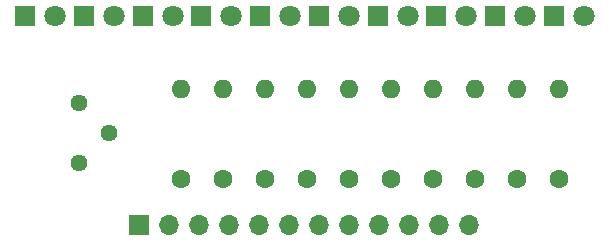
<source format=gbr>
%TF.GenerationSoftware,KiCad,Pcbnew,6.0.11-2627ca5db0~126~ubuntu22.04.1*%
%TF.CreationDate,2023-08-06T20:15:41-06:00*%
%TF.ProjectId,LED-Bank,4c45442d-4261-46e6-9b2e-6b696361645f,rev?*%
%TF.SameCoordinates,Original*%
%TF.FileFunction,Soldermask,Top*%
%TF.FilePolarity,Negative*%
%FSLAX46Y46*%
G04 Gerber Fmt 4.6, Leading zero omitted, Abs format (unit mm)*
G04 Created by KiCad (PCBNEW 6.0.11-2627ca5db0~126~ubuntu22.04.1) date 2023-08-06 20:15:41*
%MOMM*%
%LPD*%
G01*
G04 APERTURE LIST*
%ADD10C,1.440000*%
%ADD11C,1.600000*%
%ADD12O,1.600000X1.600000*%
%ADD13R,1.700000X1.700000*%
%ADD14O,1.700000X1.700000*%
%ADD15C,1.800000*%
%ADD16R,1.800000X1.800000*%
G04 APERTURE END LIST*
D10*
%TO.C,RV1*%
X157312430Y-120162094D03*
X159852430Y-117622094D03*
X157312430Y-115082094D03*
%TD*%
D11*
%TO.C,R10*%
X197931192Y-121522094D03*
D12*
X197931192Y-113902094D03*
%TD*%
D11*
%TO.C,R9*%
X194376744Y-121522094D03*
D12*
X194376744Y-113902094D03*
%TD*%
D11*
%TO.C,R8*%
X190822300Y-121522094D03*
D12*
X190822300Y-113902094D03*
%TD*%
D11*
%TO.C,R7*%
X187267856Y-121522094D03*
D12*
X187267856Y-113902094D03*
%TD*%
D11*
%TO.C,R6*%
X183713412Y-121522094D03*
D12*
X183713412Y-113902094D03*
%TD*%
D11*
%TO.C,R5*%
X180158968Y-121522094D03*
D12*
X180158968Y-113902094D03*
%TD*%
D11*
%TO.C,R4*%
X176604524Y-121522094D03*
D12*
X176604524Y-113902094D03*
%TD*%
D11*
%TO.C,R3*%
X173050080Y-121522094D03*
D12*
X173050080Y-113902094D03*
%TD*%
D11*
%TO.C,R2*%
X169495636Y-121522094D03*
D12*
X169495636Y-113902094D03*
%TD*%
D11*
%TO.C,R1*%
X165941192Y-121522094D03*
D12*
X165941192Y-113902094D03*
%TD*%
D13*
%TO.C,J1*%
X162417430Y-125451618D03*
D14*
X164957430Y-125451618D03*
X167497430Y-125451618D03*
X170037430Y-125451618D03*
X172577430Y-125451618D03*
X175117430Y-125451618D03*
X177657430Y-125451618D03*
X180197430Y-125451618D03*
X182737430Y-125451618D03*
X185277430Y-125451618D03*
X187817430Y-125451618D03*
X190357430Y-125451618D03*
%TD*%
D15*
%TO.C,D10*%
X200033692Y-107752094D03*
D16*
X197493692Y-107752094D03*
%TD*%
D15*
%TO.C,D9*%
X195061185Y-107752094D03*
D16*
X192521185Y-107752094D03*
%TD*%
D15*
%TO.C,D8*%
X190088683Y-107752094D03*
D16*
X187548683Y-107752094D03*
%TD*%
D15*
%TO.C,D7*%
X185116181Y-107752094D03*
D16*
X182576181Y-107752094D03*
%TD*%
D15*
%TO.C,D6*%
X180143679Y-107752094D03*
D16*
X177603679Y-107752094D03*
%TD*%
D15*
%TO.C,D5*%
X175171177Y-107752094D03*
D16*
X172631177Y-107752094D03*
%TD*%
D15*
%TO.C,D4*%
X170198675Y-107752094D03*
D16*
X167658675Y-107752094D03*
%TD*%
D15*
%TO.C,D3*%
X165226173Y-107752094D03*
D16*
X162686173Y-107752094D03*
%TD*%
%TO.C,D2*%
X157713671Y-107752094D03*
D15*
X160253671Y-107752094D03*
%TD*%
D16*
%TO.C,D1*%
X152741169Y-107752094D03*
D15*
X155281169Y-107752094D03*
%TD*%
M02*

</source>
